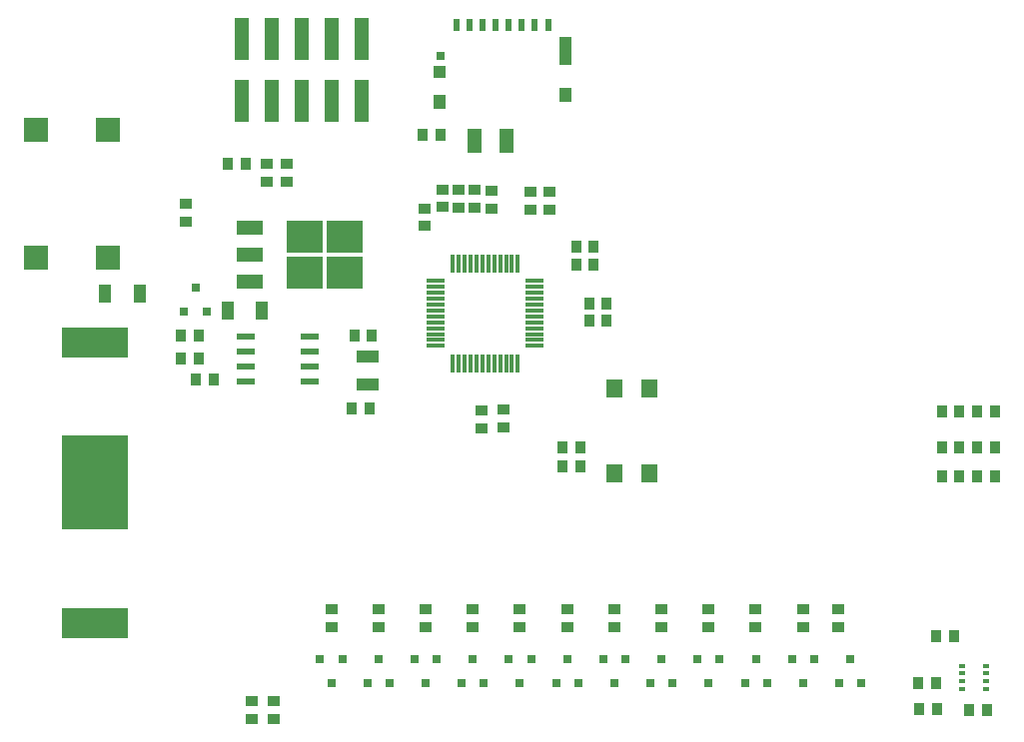
<source format=gbr>
G04 #@! TF.FileFunction,Paste,Top*
%FSLAX46Y46*%
G04 Gerber Fmt 4.6, Leading zero omitted, Abs format (unit mm)*
G04 Created by KiCad (PCBNEW 4.0.7) date 06/25/18 12:02:01*
%MOMM*%
%LPD*%
G01*
G04 APERTURE LIST*
%ADD10C,0.100000*%
%ADD11R,1.250000X2.000000*%
%ADD12R,1.998980X1.998980*%
%ADD13R,1.270000X3.560000*%
%ADD14R,1.050000X1.200000*%
%ADD15R,1.050000X1.080000*%
%ADD16R,1.050000X2.390000*%
%ADD17R,0.720000X0.780000*%
%ADD18R,0.500000X1.000000*%
%ADD19R,0.899160X1.000760*%
%ADD20R,0.800100X0.800100*%
%ADD21R,1.000760X0.899160*%
%ADD22R,2.200000X1.200000*%
%ADD23R,3.050000X2.750000*%
%ADD24R,0.500000X0.350000*%
%ADD25R,0.300000X1.500000*%
%ADD26R,1.500000X0.300000*%
%ADD27R,1.550000X0.600000*%
%ADD28R,1.900000X1.100000*%
%ADD29R,5.560000X2.600000*%
%ADD30R,5.560000X8.000000*%
%ADD31R,0.900000X1.000000*%
%ADD32R,1.000000X0.900000*%
%ADD33R,1.400000X1.600000*%
%ADD34R,1.000760X1.501140*%
%ADD35R,1.000760X1.549400*%
G04 APERTURE END LIST*
D10*
D11*
X150625000Y-70500000D03*
X153375000Y-70500000D03*
D12*
X113499880Y-69589800D03*
X119600960Y-69589800D03*
X113499880Y-80415280D03*
X119600960Y-80415280D03*
D13*
X138560000Y-61895000D03*
X141100000Y-61895000D03*
X141100000Y-67105000D03*
X138560000Y-67105000D03*
X130920000Y-67105000D03*
X133460000Y-67105000D03*
X136000000Y-67105000D03*
X136000000Y-61895000D03*
X133460000Y-61895000D03*
X130920000Y-61895000D03*
D14*
X147675000Y-67230000D03*
D15*
X147675000Y-64670000D03*
D14*
X158325000Y-66660000D03*
D16*
X158325000Y-62870000D03*
D17*
X147750000Y-63350000D03*
D18*
X156900000Y-60670000D03*
X155750000Y-60670000D03*
X154650000Y-60670000D03*
X153550000Y-60670000D03*
X152450000Y-60670000D03*
X151350000Y-60670000D03*
X150250000Y-60670000D03*
X149150000Y-60670000D03*
D19*
X131251840Y-72500000D03*
X129748160Y-72500000D03*
D20*
X157550000Y-116500760D03*
X159450000Y-116500760D03*
X158500000Y-114501780D03*
X149550000Y-116500760D03*
X151450000Y-116500760D03*
X150500000Y-114501780D03*
X141550000Y-116500760D03*
X143450000Y-116500760D03*
X142500000Y-114501780D03*
X155450000Y-114499240D03*
X153550000Y-114499240D03*
X154500000Y-116498220D03*
X139450000Y-114499240D03*
X137550000Y-114499240D03*
X138500000Y-116498220D03*
X147450000Y-114499240D03*
X145550000Y-114499240D03*
X146500000Y-116498220D03*
X181550000Y-116500760D03*
X183450000Y-116500760D03*
X182500000Y-114501780D03*
X173575000Y-116500760D03*
X175475000Y-116500760D03*
X174525000Y-114501780D03*
X165550000Y-116500760D03*
X167450000Y-116500760D03*
X166500000Y-114501780D03*
X179450000Y-114499240D03*
X177550000Y-114499240D03*
X178500000Y-116498220D03*
X171400000Y-114499240D03*
X169500000Y-114499240D03*
X170450000Y-116498220D03*
X163450000Y-114499240D03*
X161550000Y-114499240D03*
X162500000Y-116498220D03*
D19*
X146248160Y-70000000D03*
X147751840Y-70000000D03*
D21*
X158500000Y-111751840D03*
X158500000Y-110248160D03*
X150500000Y-111751840D03*
X150500000Y-110248160D03*
X142500000Y-111751840D03*
X142500000Y-110248160D03*
X154500000Y-111751840D03*
X154500000Y-110248160D03*
X138500000Y-111751840D03*
X138500000Y-110248160D03*
X146500000Y-111751840D03*
X146500000Y-110248160D03*
X181500000Y-111751840D03*
X181500000Y-110248160D03*
X174450000Y-111726840D03*
X174450000Y-110223160D03*
X166500000Y-111751840D03*
X166500000Y-110248160D03*
X178500000Y-111751840D03*
X178500000Y-110248160D03*
X170450000Y-111726840D03*
X170450000Y-110223160D03*
X162500000Y-111751840D03*
X162500000Y-110248160D03*
X131800000Y-119551840D03*
X131800000Y-118048160D03*
D22*
X131640000Y-77910000D03*
X131640000Y-80190000D03*
X131640000Y-82470000D03*
D23*
X139615000Y-81715000D03*
X136265000Y-78665000D03*
X139615000Y-78665000D03*
X136265000Y-81715000D03*
D24*
X191975000Y-115025000D03*
X194025000Y-116975000D03*
X191975000Y-115675000D03*
X191975000Y-116325000D03*
X191975000Y-116975000D03*
X194025000Y-115650000D03*
X194025000Y-115025000D03*
X194025000Y-116350000D03*
D25*
X149320000Y-80970000D03*
X148820000Y-80970000D03*
X149820000Y-80970000D03*
X150320000Y-80970000D03*
D26*
X155770000Y-85420000D03*
X155770000Y-84920000D03*
X155770000Y-83920000D03*
X155770000Y-84420000D03*
X155770000Y-86920000D03*
X155770000Y-85920000D03*
X155770000Y-86420000D03*
X155770000Y-87920000D03*
X155770000Y-87420000D03*
D25*
X154320000Y-89370000D03*
X153820000Y-89370000D03*
D26*
X147370000Y-87420000D03*
X147370000Y-86920000D03*
X147370000Y-85920000D03*
X147370000Y-86420000D03*
X147370000Y-84920000D03*
X147370000Y-84420000D03*
X147370000Y-85420000D03*
X147370000Y-82920000D03*
X147370000Y-82420000D03*
X147370000Y-83420000D03*
X147370000Y-83920000D03*
D25*
X150820000Y-80970000D03*
X151320000Y-80970000D03*
X152320000Y-80970000D03*
X151820000Y-80970000D03*
X153320000Y-80970000D03*
X153820000Y-80970000D03*
X152820000Y-80970000D03*
D26*
X155770000Y-82920000D03*
X155770000Y-83420000D03*
X155770000Y-82420000D03*
D25*
X154320000Y-80970000D03*
X151820000Y-89370000D03*
X152320000Y-89370000D03*
X153320000Y-89370000D03*
X152820000Y-89370000D03*
X150320000Y-89370000D03*
X151320000Y-89370000D03*
X150820000Y-89370000D03*
X149320000Y-89370000D03*
X149820000Y-89370000D03*
X148820000Y-89370000D03*
D26*
X147370000Y-87920000D03*
D20*
X126050000Y-85000760D03*
X127950000Y-85000760D03*
X127000000Y-83001780D03*
D27*
X136700000Y-90905000D03*
X136700000Y-89635000D03*
X136700000Y-88365000D03*
X136700000Y-87095000D03*
X131300000Y-87095000D03*
X131300000Y-88365000D03*
X131300000Y-89635000D03*
X131300000Y-90905000D03*
D28*
X141600000Y-91200000D03*
X141600000Y-88800000D03*
D19*
X159601840Y-96500000D03*
X158098160Y-96500000D03*
D21*
X155400000Y-76351840D03*
X155400000Y-74848160D03*
X146400000Y-77751840D03*
X146400000Y-76248160D03*
D19*
X160348160Y-84300000D03*
X161851840Y-84300000D03*
X128551840Y-90800000D03*
X127048160Y-90800000D03*
X160348160Y-85800000D03*
X161851840Y-85800000D03*
X127251840Y-89000000D03*
X125748160Y-89000000D03*
X127251840Y-87000000D03*
X125748160Y-87000000D03*
D21*
X157000000Y-76351840D03*
X157000000Y-74848160D03*
D19*
X189751840Y-116500000D03*
X188248160Y-116500000D03*
X189851840Y-118700000D03*
X188348160Y-118700000D03*
D29*
X118500000Y-111405000D03*
D30*
X118500000Y-99500000D03*
D29*
X118500000Y-87595000D03*
D19*
X191751840Y-96500000D03*
X190248160Y-96500000D03*
X191751840Y-99000000D03*
X190248160Y-99000000D03*
X190248160Y-93500000D03*
X191751840Y-93500000D03*
D21*
X133600000Y-119551840D03*
X133600000Y-118048160D03*
D19*
X194751840Y-93500000D03*
D31*
X193248160Y-93500000D03*
D19*
X194751840Y-99000000D03*
D31*
X193248160Y-99000000D03*
D19*
X194751840Y-96500000D03*
D31*
X193248160Y-96500000D03*
D19*
X194051840Y-118800000D03*
D31*
X192548160Y-118800000D03*
D19*
X191281840Y-112560000D03*
D31*
X189778160Y-112560000D03*
D19*
X159601840Y-98125000D03*
D31*
X158098160Y-98125000D03*
D19*
X140248160Y-93200000D03*
D31*
X141751840Y-93200000D03*
D21*
X133000000Y-74001840D03*
D32*
X133000000Y-72498160D03*
D19*
X140448160Y-87000000D03*
D31*
X141951840Y-87000000D03*
D21*
X134750000Y-74001840D03*
D32*
X134750000Y-72498160D03*
D21*
X152080000Y-74748160D03*
D32*
X152080000Y-76251840D03*
D21*
X147930000Y-74638160D03*
D32*
X147930000Y-76141840D03*
D21*
X149320000Y-74658160D03*
D32*
X149320000Y-76161840D03*
D21*
X150680000Y-74698160D03*
D32*
X150680000Y-76201840D03*
D19*
X160751840Y-79500000D03*
D31*
X159248160Y-79500000D03*
D19*
X160751840Y-81000000D03*
D31*
X159248160Y-81000000D03*
D21*
X153075000Y-94826840D03*
D32*
X153075000Y-93323160D03*
D21*
X151275000Y-94876840D03*
D32*
X151275000Y-93373160D03*
D33*
X162500000Y-98700000D03*
X165500000Y-98700000D03*
X162500000Y-91500000D03*
X165500000Y-91500000D03*
D21*
X126180000Y-77391840D03*
D32*
X126180000Y-75888160D03*
D34*
X122273040Y-83495240D03*
D35*
X119346960Y-83485080D03*
D34*
X129726960Y-84924760D03*
D35*
X132653040Y-84934920D03*
M02*

</source>
